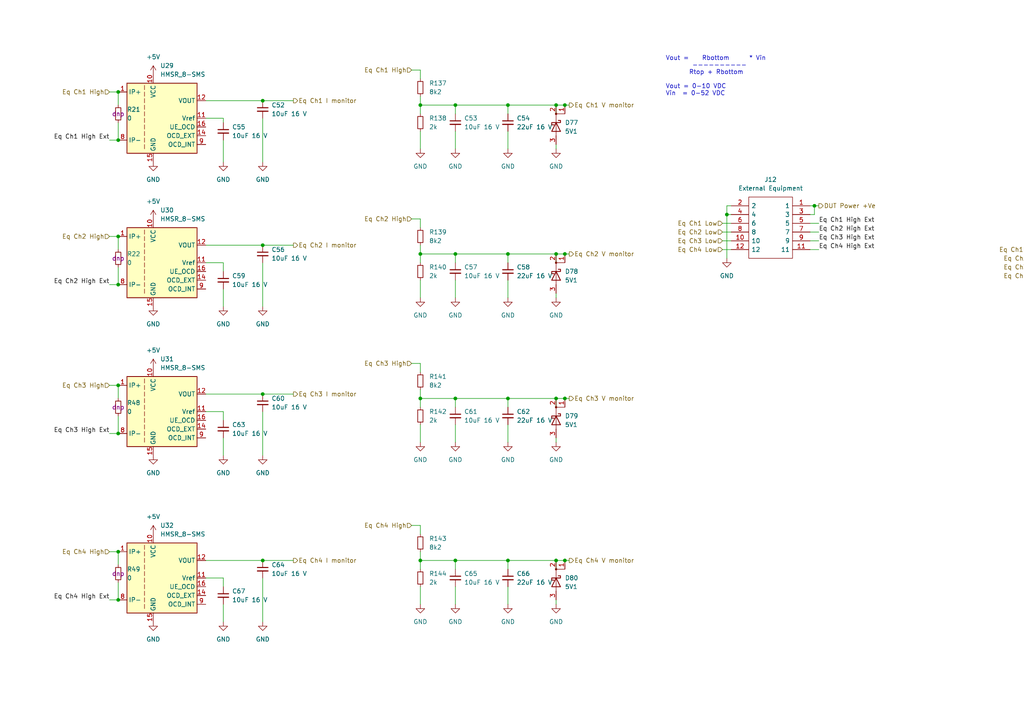
<source format=kicad_sch>
(kicad_sch (version 20211123) (generator eeschema)
  (paper "A4")
  (title_block (title "CIB PCB") (date "2022-05-27") (company "ChargePoint, Inc"))
  (lib_symbols
    (symbol "Component Search Engine:Pluggable Terminal Blocks SDC 2,5{slash}12-PV-5,0 0-ZB" (pin_names (offset 0.762))
      (property "Reference" "J" (at 19.05 7.62 0))
      (property "Value" "Pluggable Terminal Blocks SDC 2,5{slash}12-PV-5,0 0-ZB" (at 19.05 5.08 0))
      (symbol "Pluggable Terminal Blocks SDC 2,5{slash}12-PV-5,0 0-ZB_0_0"
        (pin passive line (at 22.86 0 180) (length 5.08) (name "1") (number "1"))
        (pin passive line (at 0 -10.16 0) (length 5.08) (name "10") (number "10"))
        (pin passive line (at 22.86 -12.7 180) (length 5.08) (name "11") (number "11"))
        (pin passive line (at 0 -12.7 0) (length 5.08) (name "12") (number "12"))
        (pin passive line (at 0 0 0) (length 5.08) (name "2") (number "2"))
        (pin passive line (at 22.86 -2.54 180) (length 5.08) (name "3") (number "3"))
        (pin passive line (at 0 -2.54 0) (length 5.08) (name "4") (number "4"))
        (pin passive line (at 22.86 -5.08 180) (length 5.08) (name "5") (number "5"))
        (pin passive line (at 0 -5.08 0) (length 5.08) (name "6") (number "6"))
        (pin passive line (at 22.86 -7.62 180) (length 5.08) (name "7") (number "7"))
        (pin passive line (at 0 -7.62 0) (length 5.08) (name "8") (number "8"))
        (pin passive line (at 22.86 -10.16 180) (length 5.08) (name "9") (number "9"))
      )
    )
    (symbol "Device:C_Small" (pin_numbers hide) (pin_names (offset 0.254) hide)
      (property "Reference" "C" (at 0.254 1.778 0))
      (property "Value" "C_Small" (at 0.254 -2.032 0))
      (symbol "C_Small_1_1"
        (pin passive line (at 0 2.54 270) (length 2.032) (name "~") (number "1"))
        (pin passive line (at 0 -2.54 90) (length 2.032) (name "~") (number "2"))
      )
    )
    (symbol "Device:D_Schottky_KKA" (pin_names (offset 0) hide)
      (property "Reference" "D" (at 0 2.54 0))
      (property "Value" "D_Schottky_KKA" (at 0 -2.54 0))
      (symbol "D_Schottky_KKA_1_1"
        (pin input line (at -6.35 2.54 0) (length 2.54) (name "K") (number "1"))
        (pin passive line (at -6.35 0 0) (length 2.54) (name "K") (number "2"))
        (pin passive line (at 5.08 0 180) (length 2.54) (name "A") (number "3"))
      )
    )
    (symbol "Device:R_Small" (pin_numbers hide) (pin_names (offset 0.254) hide)
      (property "Reference" "R" (at 0.762 0.508 0))
      (property "Value" "R_Small" (at 0.762 -1.016 0))
      (symbol "R_Small_1_1"
        (pin passive line (at 0 2.54 270) (length 0.762) (name "~") (number "1"))
        (pin passive line (at 0 -2.54 90) (length 0.762) (name "~") (number "2"))
      )
    )
    (symbol "_Custom:HMSR_8-SMS"
      (property "Reference" "U" (at -31.75 -29.21 0))
      (property "Manufacturer" "LEM USA Inc" (at -33.02 -54.61 0))
      (symbol "HMSR_8-SMS_0_0"
        (pin input line (at -44.45 -34.29 0) (length 2.54) (name "IP+") (number "1"))
        (pin power_in line (at -19.05 -41.91 180) (length 2.54) (name "Vref") (number "11"))
        (pin input line (at -19.05 -46.99 180) (length 2.54) (name "OCD_EXT") (number "14"))
        (pin input line (at -19.05 -44.45 180) (length 2.54) (name "UE_OCD") (number "16"))
        (pin input line (at -44.45 -48.26 0) (length 2.54) (name "IP-") (number "8"))
        (pin input line (at -19.05 -49.53 180) (length 2.54) (name "OCD_INT") (number "9"))
      )
      (symbol "HMSR_8-SMS_1_1"
        (pin power_in line (at -34.29 -29.21 270) (length 2.54) (name "VCC") (number "10"))
        (pin output line (at -19.05 -36.83 180) (length 2.54) (name "VOUT") (number "12"))
        (pin power_in line (at -34.29 -54.61 90) (length 2.54) (name "GND") (number "15"))
      )
    )
    (symbol "power:+5V" (power) (pin_names (offset 0))
      (property "Value" "+5V" (at 0 3.556 0))
      (symbol "+5V_1_1"
        (pin power_in line (at 0 0 90) (length 0) hide (name "+5V") (number "1"))
      )
    )
    (symbol "power:GND" (power) (pin_names (offset 0))
      (property "Value" "GND" (at 0 -3.81 0))
      (symbol "GND_1_1"
        (pin power_in line (at 0 0 270) (length 0) hide (name "GND") (number "1"))
      )
    )
  )
  (junction (at 161.29 73.66))
  (junction (at 121.92 30.48))
  (junction (at 163.83 162.56))
  (junction (at 147.32 73.66))
  (junction (at 76.2 71.12))
  (junction (at 34.29 125.73))
  (junction (at 236.22 59.69))
  (junction (at 163.83 30.48))
  (junction (at 34.29 68.58))
  (junction (at 132.08 30.48))
  (junction (at 34.29 82.55))
  (junction (at 163.83 115.57))
  (junction (at 318.77 110.49))
  (junction (at 121.92 162.56))
  (junction (at 161.29 30.48))
  (junction (at 147.32 115.57))
  (junction (at 34.29 40.64))
  (junction (at 327.66 95.25))
  (junction (at 76.2 114.3))
  (junction (at 34.29 160.02))
  (junction (at 121.92 73.66))
  (junction (at 309.88 110.49))
  (junction (at 132.08 162.56))
  (junction (at 161.29 162.56))
  (junction (at 121.92 115.57))
  (junction (at 318.77 90.17))
  (junction (at 163.83 73.66))
  (junction (at 210.82 62.23))
  (junction (at 34.29 26.67))
  (junction (at 34.29 173.99))
  (junction (at 327.66 110.49))
  (junction (at 76.2 162.56))
  (junction (at 132.08 115.57))
  (junction (at 76.2 29.21))
  (junction (at 147.32 30.48))
  (junction (at 161.29 115.57))
  (junction (at 147.32 162.56))
  (junction (at 132.08 73.66))
  (junction (at 34.29 111.76))
  (junction (at 336.55 110.49))
  (junction (at 336.55 100.33))
  (junction (at 309.88 85.09))
  (wire (pts (xy 119.38 20.32) (xy 121.92 20.32)))
  (wire (pts (xy 121.92 73.66) (xy 132.08 73.66)))
  (wire (pts (xy 121.92 162.56) (xy 121.92 165.1)))
  (wire (pts (xy 336.55 100.33) (xy 336.55 110.49)))
  (wire (pts (xy 330.2 109.22) (xy 330.2 110.49)))
  (wire (pts (xy 210.82 62.23) (xy 210.82 74.93)))
  (wire (pts (xy 76.2 76.2) (xy 76.2 88.9)))
  (wire (pts (xy 304.8 92.71) (xy 347.98 92.71)))
  (wire (pts (xy 209.55 64.77) (xy 212.09 64.77)))
  (wire (pts (xy 147.32 170.18) (xy 147.32 175.26)))
  (wire (pts (xy 147.32 115.57) (xy 161.29 115.57)))
  (wire (pts (xy 330.2 104.14) (xy 330.2 77.47)))
  (wire (pts (xy 312.42 72.39) (xy 303.53 72.39)))
  (wire (pts (xy 64.77 40.64) (xy 64.77 46.99)))
  (wire (pts (xy 132.08 76.2) (xy 132.08 73.66)))
  (wire (pts (xy 34.29 111.76) (xy 34.29 115.57)))
  (wire (pts (xy 210.82 62.23) (xy 212.09 62.23)))
  (wire (pts (xy 234.95 72.39) (xy 237.49 72.39)))
  (wire (pts (xy 161.29 30.48) (xy 163.83 30.48)))
  (wire (pts (xy 339.09 80.01) (xy 304.8 80.01)))
  (wire (pts (xy 147.32 73.66) (xy 161.29 73.66)))
  (wire (pts (xy 132.08 118.11) (xy 132.08 115.57)))
  (wire (pts (xy 209.55 72.39) (xy 212.09 72.39)))
  (wire (pts (xy 309.88 85.09) (xy 347.98 85.09)))
  (wire (pts (xy 121.92 38.1) (xy 121.92 43.18)))
  (wire (pts (xy 34.29 77.47) (xy 34.29 82.55)))
  (wire (pts (xy 31.75 26.67) (xy 34.29 26.67)))
  (wire (pts (xy 121.92 71.12) (xy 121.92 73.66)))
  (wire (pts (xy 163.83 30.48) (xy 165.1 30.48)))
  (wire (pts (xy 76.2 71.12) (xy 85.09 71.12)))
  (wire (pts (xy 119.38 105.41) (xy 121.92 105.41)))
  (wire (pts (xy 121.92 162.56) (xy 132.08 162.56)))
  (wire (pts (xy 121.92 105.41) (xy 121.92 107.95)))
  (wire (pts (xy 147.32 81.28) (xy 147.32 86.36)))
  (wire (pts (xy 31.75 125.73) (xy 34.29 125.73)))
  (wire (pts (xy 209.55 69.85) (xy 212.09 69.85)))
  (wire (pts (xy 76.2 167.64) (xy 76.2 180.34)))
  (wire (pts (xy 64.77 35.56) (xy 64.77 34.29)))
  (wire (pts (xy 327.66 116.84) (xy 327.66 118.11)))
  (wire (pts (xy 304.8 97.79) (xy 347.98 97.79)))
  (wire (pts (xy 132.08 38.1) (xy 132.08 43.18)))
  (wire (pts (xy 119.38 152.4) (xy 121.92 152.4)))
  (wire (pts (xy 121.92 152.4) (xy 121.92 154.94)))
  (wire (pts (xy 76.2 114.3) (xy 85.09 114.3)))
  (wire (pts (xy 59.69 71.12) (xy 76.2 71.12)))
  (wire (pts (xy 330.2 77.47) (xy 304.8 77.47)))
  (wire (pts (xy 59.69 162.56) (xy 76.2 162.56)))
  (wire (pts (xy 121.92 81.28) (xy 121.92 86.36)))
  (wire (pts (xy 31.75 111.76) (xy 34.29 111.76)))
  (wire (pts (xy 161.29 41.91) (xy 161.29 43.18)))
  (wire (pts (xy 64.77 119.38) (xy 59.69 119.38)))
  (wire (pts (xy 321.31 74.93) (xy 304.8 74.93)))
  (wire (pts (xy 165.1 162.56) (xy 163.83 162.56)))
  (wire (pts (xy 234.95 64.77) (xy 237.49 64.77)))
  (wire (pts (xy 234.95 67.31) (xy 237.49 67.31)))
  (wire (pts (xy 161.29 85.09) (xy 161.29 86.36)))
  (wire (pts (xy 31.75 40.64) (xy 34.29 40.64)))
  (wire (pts (xy 309.88 110.49) (xy 309.88 111.76)))
  (wire (pts (xy 31.75 68.58) (xy 34.29 68.58)))
  (wire (pts (xy 132.08 73.66) (xy 147.32 73.66)))
  (wire (pts (xy 165.1 115.57) (xy 163.83 115.57)))
  (wire (pts (xy 34.29 160.02) (xy 34.29 163.83)))
  (wire (pts (xy 121.92 27.94) (xy 121.92 30.48)))
  (wire (pts (xy 318.77 90.17) (xy 318.77 110.49)))
  (wire (pts (xy 121.92 160.02) (xy 121.92 162.56)))
  (wire (pts (xy 132.08 115.57) (xy 147.32 115.57)))
  (wire (pts (xy 304.8 82.55) (xy 347.98 82.55)))
  (wire (pts (xy 161.29 127) (xy 161.29 128.27)))
  (wire (pts (xy 121.92 115.57) (xy 132.08 115.57)))
  (wire (pts (xy 336.55 100.33) (xy 347.98 100.33)))
  (wire (pts (xy 161.29 115.57) (xy 161.29 118.11)))
  (wire (pts (xy 212.09 59.69) (xy 210.82 59.69)))
  (wire (pts (xy 312.42 104.14) (xy 312.42 72.39)))
  (wire (pts (xy 64.77 121.92) (xy 64.77 119.38)))
  (wire (pts (xy 147.32 30.48) (xy 161.29 30.48)))
  (wire (pts (xy 76.2 119.38) (xy 76.2 132.08)))
  (wire (pts (xy 234.95 69.85) (xy 237.49 69.85)))
  (wire (pts (xy 321.31 109.22) (xy 321.31 110.49)))
  (wire (pts (xy 64.77 34.29) (xy 59.69 34.29)))
  (wire (pts (xy 147.32 165.1) (xy 147.32 162.56)))
  (wire (pts (xy 132.08 165.1) (xy 132.08 162.56)))
  (wire (pts (xy 147.32 76.2) (xy 147.32 73.66)))
  (wire (pts (xy 132.08 170.18) (xy 132.08 175.26)))
  (wire (pts (xy 336.55 110.49) (xy 339.09 110.49)))
  (wire (pts (xy 147.32 38.1) (xy 147.32 43.18)))
  (wire (pts (xy 312.42 109.22) (xy 312.42 110.49)))
  (wire (pts (xy 132.08 30.48) (xy 147.32 30.48)))
  (wire (pts (xy 147.32 118.11) (xy 147.32 115.57)))
  (wire (pts (xy 121.92 115.57) (xy 121.92 118.11)))
  (wire (pts (xy 318.77 116.84) (xy 318.77 118.11)))
  (wire (pts (xy 132.08 162.56) (xy 147.32 162.56)))
  (wire (pts (xy 64.77 170.18) (xy 64.77 167.64)))
  (wire (pts (xy 161.29 73.66) (xy 161.29 76.2)))
  (wire (pts (xy 64.77 167.64) (xy 59.69 167.64)))
  (wire (pts (xy 34.29 120.65) (xy 34.29 125.73)))
  (wire (pts (xy 318.77 110.49) (xy 318.77 111.76)))
  (wire (pts (xy 327.66 95.25) (xy 327.66 110.49)))
  (wire (pts (xy 31.75 82.55) (xy 34.29 82.55)))
  (wire (pts (xy 31.75 173.99) (xy 34.29 173.99)))
  (wire (pts (xy 34.29 35.56) (xy 34.29 40.64)))
  (wire (pts (xy 161.29 30.48) (xy 161.29 33.02)))
  (wire (pts (xy 309.88 85.09) (xy 309.88 110.49)))
  (wire (pts (xy 121.92 30.48) (xy 121.92 33.02)))
  (wire (pts (xy 59.69 29.21) (xy 76.2 29.21)))
  (wire (pts (xy 309.88 116.84) (xy 309.88 118.11)))
  (wire (pts (xy 165.1 73.66) (xy 163.83 73.66)))
  (wire (pts (xy 318.77 90.17) (xy 347.98 90.17)))
  (wire (pts (xy 147.32 123.19) (xy 147.32 128.27)))
  (wire (pts (xy 59.69 114.3) (xy 76.2 114.3)))
  (wire (pts (xy 34.29 26.67) (xy 34.29 30.48)))
  (wire (pts (xy 132.08 123.19) (xy 132.08 128.27)))
  (wire (pts (xy 304.8 95.25) (xy 327.66 95.25)))
  (wire (pts (xy 236.22 59.69) (xy 237.49 59.69)))
  (wire (pts (xy 336.55 116.84) (xy 336.55 118.11)))
  (wire (pts (xy 336.55 110.49) (xy 336.55 111.76)))
  (wire (pts (xy 121.92 170.18) (xy 121.92 175.26)))
  (wire (pts (xy 161.29 73.66) (xy 163.83 73.66)))
  (wire (pts (xy 132.08 81.28) (xy 132.08 86.36)))
  (wire (pts (xy 76.2 162.56) (xy 85.09 162.56)))
  (wire (pts (xy 64.77 78.74) (xy 64.77 76.2)))
  (wire (pts (xy 304.8 90.17) (xy 318.77 90.17)))
  (wire (pts (xy 76.2 29.21) (xy 85.09 29.21)))
  (wire (pts (xy 121.92 73.66) (xy 121.92 76.2)))
  (wire (pts (xy 210.82 59.69) (xy 210.82 62.23)))
  (wire (pts (xy 236.22 62.23) (xy 236.22 59.69)))
  (wire (pts (xy 321.31 104.14) (xy 321.31 74.93)))
  (wire (pts (xy 161.29 173.99) (xy 161.29 175.26)))
  (wire (pts (xy 132.08 33.02) (xy 132.08 30.48)))
  (wire (pts (xy 121.92 30.48) (xy 132.08 30.48)))
  (wire (pts (xy 64.77 76.2) (xy 59.69 76.2)))
  (wire (pts (xy 76.2 34.29) (xy 76.2 46.99)))
  (wire (pts (xy 304.8 100.33) (xy 336.55 100.33)))
  (wire (pts (xy 312.42 110.49) (xy 309.88 110.49)))
  (wire (pts (xy 330.2 110.49) (xy 327.66 110.49)))
  (wire (pts (xy 121.92 113.03) (xy 121.92 115.57)))
  (wire (pts (xy 304.8 85.09) (xy 309.88 85.09)))
  (wire (pts (xy 339.09 109.22) (xy 339.09 110.49)))
  (wire (pts (xy 121.92 63.5) (xy 121.92 66.04)))
  (wire (pts (xy 161.29 162.56) (xy 161.29 165.1)))
  (wire (pts (xy 34.29 68.58) (xy 34.29 72.39)))
  (wire (pts (xy 64.77 175.26) (xy 64.77 180.34)))
  (wire (pts (xy 121.92 20.32) (xy 121.92 22.86)))
  (wire (pts (xy 34.29 168.91) (xy 34.29 173.99)))
  (wire (pts (xy 339.09 104.14) (xy 339.09 80.01)))
  (wire (pts (xy 31.75 160.02) (xy 34.29 160.02)))
  (wire (pts (xy 121.92 123.19) (xy 121.92 128.27)))
  (wire (pts (xy 161.29 115.57) (xy 163.83 115.57)))
  (wire (pts (xy 234.95 62.23) (xy 236.22 62.23)))
  (wire (pts (xy 119.38 63.5) (xy 121.92 63.5)))
  (wire (pts (xy 147.32 162.56) (xy 161.29 162.56)))
  (wire (pts (xy 147.32 33.02) (xy 147.32 30.48)))
  (wire (pts (xy 327.66 110.49) (xy 327.66 111.76)))
  (wire (pts (xy 304.8 87.63) (xy 347.98 87.63)))
  (wire (pts (xy 234.95 59.69) (xy 236.22 59.69)))
  (wire (pts (xy 161.29 162.56) (xy 163.83 162.56)))
  (wire (pts (xy 318.77 110.49) (xy 321.31 110.49)))
  (wire (pts (xy 64.77 127) (xy 64.77 132.08)))
  (wire (pts (xy 327.66 95.25) (xy 347.98 95.25)))
  (wire (pts (xy 64.77 83.82) (xy 64.77 88.9)))
  (wire (pts (xy 209.55 67.31) (xy 212.09 67.31)))
  (text "Vout =    Rbottom      * Vin\n	   ----------\n       Rtop + Rbottom\n\nVout = 0-10 VDC\nVin  = 0-52 VDC" (at 193.04 27.94 0) (effects (font (size 1.27 1.27)) (justify left bottom)))
  (label "Eq Ch1 High Ext" (at 31.75 40.64 180))
  (label "Eq Ch3 High Ext" (at 237.49 69.85 0))
  (label "Eq Ch2 High Ext" (at 31.75 82.55 180))
  (label "Eq Ch3 High Ext" (at 31.75 125.73 180))
  (label "Eq Ch4 High Ext" (at 31.75 173.99 180))
  (label "Eq Ch1 High Ext" (at 237.49 64.77 0))
  (label "Eq Ch4 High Ext" (at 237.49 72.39 0))
  (label "Eq Ch2 High Ext" (at 237.49 67.31 0))
  (hierarchical_label "Eq Ch4 High" (shape input) (at 304.8 80.01 180))
  (hierarchical_label "Eq Ch4 Low" (shape input) (at 209.55 72.39 180))
  (hierarchical_label "Eq Ch3 High" (shape input) (at 304.8 77.47 180))
  (hierarchical_label "Eq Ch3 V monitor" (shape output) (at 165.1 115.57 0))
  (hierarchical_label "Eq Ch2 High" (shape input) (at 119.38 63.5 180))
  (hierarchical_label "Eq Ch4 High" (shape input) (at 119.38 152.4 180))
  (hierarchical_label "Eq Ch1 High" (shape input) (at 303.53 72.39 180))
  (hierarchical_label "Eq Ch1 High" (shape input) (at 31.75 26.67 180))
  (hierarchical_label "Eq Ch4 High" (shape input) (at 31.75 160.02 180))
  (hierarchical_label "Eq Ch2 Low" (shape input) (at 209.55 67.31 180))
  (hierarchical_label "Eq Ch2 V monitor" (shape output) (at 165.1 73.66 0))
  (hierarchical_label "Eq Ch3 Low" (shape input) (at 209.55 69.85 180))
  (hierarchical_label "Eq Ch1 V monitor" (shape output) (at 165.1 30.48 0))
  (hierarchical_label "Eq Ch3 High" (shape input) (at 119.38 105.41 180))
  (hierarchical_label "Eq Ch1 I monitor" (shape output) (at 85.09 29.21 0))
  (hierarchical_label "Eq Ch4 I monitor" (shape output) (at 85.09 162.56 0))
  (hierarchical_label "Eq Ch4 V monitor" (shape output) (at 165.1 162.56 0))
  (hierarchical_label "Eq Ch2 High" (shape input) (at 31.75 68.58 180))
  (hierarchical_label "Eq Ch1 Low" (shape input) (at 209.55 64.77 180))
  (hierarchical_label "Eq Ch2 High" (shape input) (at 304.8 74.93 180))
  (hierarchical_label "Eq Ch3 I monitor" (shape output) (at 85.09 114.3 0))
  (hierarchical_label "Eq Ch2 I monitor" (shape output) (at 85.09 71.12 0))
  (hierarchical_label "Eq Ch1 High" (shape input) (at 119.38 20.32 180))
  (hierarchical_label "Eq Ch3 High" (shape input) (at 31.75 111.76 180))
  (hierarchical_label "DUT Power +Ve" (shape output) (at 237.49 59.69 0))
  (symbol (lib_id "Device:R_Small") (at 34.29 118.11 180) (unit 1)
    (property "Reference" "R48" (at 36.83 116.8399 0) (effects (justify right)))
    (property "Value" "0" (at 36.83 119.3799 0) (effects (justify right)))
    (property "Footprint" "Resistor_SMD:R_2010_5025Metric_Pad1.40x2.65mm_HandSolder" (effects hide))
    (property "Datasheet" "https://www.yageo.com/upload/media/product/productsearch/datasheet/rchip/PYu-RC_Group_51_RoHS_L_11.pdf" (effects hide))
    (property "Manufacturer" "YAGEO" (effects hide))
    (property "dnp" "dnp" (at 34.29 118.11 0))
    (property "DigiKey #" "YAG3380DKR-ND" (effects hide))
    (property "Farnell #" "9235523" (effects hide))
    (property "Manufacturer #" "RC2010JK-070RL " (effects hide))
  )
  (symbol (lib_id "Device:R_Small") (at 318.77 114.3 180) (unit 1)
    (property "Reference" "R23" (at 321.31 113.0299 0) (effects (justify right)))
    (property "Value" "0" (at 321.31 115.5699 0) (effects (justify right)))
    (property "Footprint" "Resistor_SMD:R_2010_5025Metric_Pad1.40x2.65mm_HandSolder" (effects hide))
    (property "Datasheet" "https://www.yageo.com/upload/media/product/productsearch/datasheet/rchip/PYu-RC_Group_51_RoHS_L_11.pdf" (effects hide))
    (property "Manufacturer" "YAGEO" (effects hide))
    (property "DigiKey #" "YAG3380DKR-ND" (effects hide))
    (property "Farnell #" "9235523" (effects hide))
    (property "Manufacturer #" "RC2010JK-070RL " (effects hide))
  )
  (symbol (lib_id "Device:R_Small") (at 121.92 68.58 0) (unit 1)
    (property "Reference" "R139" (at 124.46 67.3099 0) (effects (justify left)))
    (property "Value" "8k2" (at 124.46 69.8499 0) (effects (justify left)))
    (property "Footprint" "Resistor_SMD:R_1206_3216Metric_Pad1.30x1.75mm_HandSolder" (effects hide))
    (property "Datasheet" "https://industrial.panasonic.com/ww/products/pt/general-purpose-chip-resistors/models/ERJ6GEYJ681V" (effects hide))
    (property "DigiKey #" "P8.2KACT-ND" (effects hide))
    (property "Manufacturer #" "ERJ-6GEYJ822V" (effects hide))
    (property "Manufacturer" "Panasonic Electronics Company" (effects hide))
    (property "Farnell #" "2797374" (effects hide))
  )
  (symbol (lib_id "Device:R_Small") (at 309.88 114.3 180) (unit 1)
    (property "Reference" "R46" (at 312.42 113.0299 0) (effects (justify right)))
    (property "Value" "0" (at 312.42 115.5699 0) (effects (justify right)))
    (property "Footprint" "Resistor_SMD:R_2010_5025Metric_Pad1.40x2.65mm_HandSolder" (effects hide))
    (property "Datasheet" "https://www.yageo.com/upload/media/product/productsearch/datasheet/rchip/PYu-RC_Group_51_RoHS_L_11.pdf" (effects hide))
    (property "Manufacturer" "YAGEO" (effects hide))
    (property "DigiKey #" "YAG3380DKR-ND" (effects hide))
    (property "Farnell #" "9235523" (effects hide))
    (property "Manufacturer #" "RC2010JK-070RL " (effects hide))
  )
  (symbol (lib_id "power:GND") (at 132.08 128.27 0) (unit 1)
    (property "Reference" "#PWR0260" (effects hide))
    (property "Value" "GND" (at 132.08 133.35 0))
  )
  (symbol (lib_id "power:GND") (at 64.77 180.34 0) (unit 1)
    (property "Reference" "#PWR0272" (effects hide))
    (property "Value" "GND" (at 64.77 185.42 0))
  )
  (symbol (lib_id "Device:C_Small") (at 64.77 172.72 0) (unit 1)
    (property "Reference" "C67" (at 67.31 171.4562 0) (effects (justify left)))
    (property "Value" "10uF 16 V" (at 67.31 173.9962 0) (effects (justify left)))
    (property "Footprint" "Capacitor_SMD:C_1206_3216Metric_Pad1.33x1.80mm_HandSolder" (effects hide))
    (property "Datasheet" "https://media.digikey.com/pdf/Data%20Sheets/Samsung%20PDFs/CL31B106KOHNNNE_Spec.pdf" (effects hide))
    (property "Manufacturer #" "CL31A106KOHNNNE" (effects hide))
    (property "DigiKey #" "1276-1137-1-ND" (effects hide))
    (property "Manufacturer" "Samsung Electro-Mechanics" (effects hide))
    (property "Description" "10 µF ±10% 16V Ceramic Capacitor X5R 1206 (3216 Metric)" (effects hide))
    (property "DigiKey Price/Stock" "https://www.digikey.co.uk/en/products/detail/samsung-electro-mechanics/CL31A106KOHNNNE/3886795?s=N4IgTCBcDaIIxgOwDYC0c4GZHtQOQBEQBdAXyA" (effects hide))
  )
  (symbol (lib_id "power:GND") (at 44.45 180.34 0) (unit 1)
    (property "Reference" "#PWR0271" (effects hide))
    (property "Value" "GND" (at 44.45 185.42 0))
  )
  (symbol (lib_id "Device:R_Small") (at 330.2 106.68 180) (unit 1)
    (property "Reference" "R43" (at 332.74 105.4099 0) (effects (justify right)))
    (property "Value" "1M" (at 332.74 107.9499 0) (effects (justify right)))
    (property "Footprint" "Resistor_SMD:R_2010_5025Metric_Pad1.40x2.65mm_HandSolder" (effects hide))
    (property "Datasheet" "https://4donline.ihs.com/images/VipMasterIC/IC/TYEL/TYEL-S-A0005460475/TYEL-S-A0005460475-1.pdf?hkey=52A5661711E402568146F3353EA87419" (effects hide))
    (property "Farnell #" "2861314" (effects hide))
    (property "Manufacturer" "TE Connectivity" (effects hide))
    (property "Manufacturer #" "CRGP2010F1M0" (effects hide))
  )
  (symbol (lib_id "power:+5V") (at 44.45 63.5 0) (unit 1)
    (property "Reference" "#PWR0248" (effects hide))
    (property "Value" "+5V" (at 44.45 58.42 0))
  )
  (symbol (lib_id "power:GND") (at 161.29 86.36 0) (unit 1)
    (property "Reference" "#PWR0252" (effects hide))
    (property "Value" "GND" (at 161.29 91.44 0))
  )
  (symbol (lib_id "Device:C_Small") (at 132.08 167.64 0) (unit 1)
    (property "Reference" "C65" (at 134.62 166.3762 0) (effects (justify left)))
    (property "Value" "10uF 16 V" (at 134.62 168.9162 0) (effects (justify left)))
    (property "Footprint" "Capacitor_SMD:C_1206_3216Metric_Pad1.33x1.80mm_HandSolder" (effects hide))
    (property "Datasheet" "https://media.digikey.com/pdf/Data%20Sheets/Samsung%20PDFs/CL31B106KOHNNNE_Spec.pdf" (effects hide))
    (property "Manufacturer #" "CL31A106KOHNNNE" (effects hide))
    (property "DigiKey #" "1276-1137-1-ND" (effects hide))
    (property "Manufacturer" "Samsung Electro-Mechanics" (effects hide))
    (property "Description" "10 µF ±10% 16V Ceramic Capacitor X5R 1206 (3216 Metric)" (effects hide))
    (property "DigiKey Price/Stock" "https://www.digikey.co.uk/en/products/detail/samsung-electro-mechanics/CL31A106KOHNNNE/3886795?s=N4IgTCBcDaIIxgOwDYC0c4GZHtQOQBEQBdAXyA" (effects hide))
  )
  (symbol (lib_id "power:GND") (at 76.2 180.34 0) (unit 1)
    (property "Reference" "#PWR0273" (effects hide))
    (property "Value" "GND" (at 76.2 185.42 0))
  )
  (symbol (lib_id "Device:R_Small") (at 121.92 35.56 0) (unit 1)
    (property "Reference" "R138" (at 124.46 34.2899 0) (effects (justify left)))
    (property "Value" "2k" (at 124.46 36.8299 0) (effects (justify left)))
    (property "Footprint" "Resistor_SMD:R_1206_3216Metric_Pad1.30x1.75mm_HandSolder" (effects hide))
    (property "Datasheet" "https://industrial.panasonic.com/ww/products/pt/general-purpose-chip-resistors/models/ERJ6GEYJ681V" (effects hide))
    (property "DigiKey #" "P2.0KACT-ND" (effects hide))
    (property "Manufacturer #" "ERJ-6GEYJ202V" (effects hide))
    (property "Manufacturer" "Panasonic Electronics Company" (effects hide))
    (property "Farnell #" "2057707" (effects hide))
  )
  (symbol (lib_id "power:GND") (at 161.29 43.18 0) (unit 1)
    (property "Reference" "#PWR0244" (effects hide))
    (property "Value" "GND" (at 161.29 48.26 0))
  )
  (symbol (lib_id "Device:C_Small") (at 76.2 31.75 0) (unit 1)
    (property "Reference" "C52" (at 78.74 30.4862 0) (effects (justify left)))
    (property "Value" "10uF 16 V" (at 78.74 33.0262 0) (effects (justify left)))
    (property "Footprint" "Capacitor_SMD:C_1206_3216Metric_Pad1.33x1.80mm_HandSolder" (effects hide))
    (property "Datasheet" "https://media.digikey.com/pdf/Data%20Sheets/Samsung%20PDFs/CL31B106KOHNNNE_Spec.pdf" (effects hide))
    (property "Manufacturer #" "CL31A106KOHNNNE" (effects hide))
    (property "DigiKey #" "1276-1137-1-ND" (effects hide))
    (property "Manufacturer" "Samsung Electro-Mechanics" (effects hide))
    (property "Description" "10 µF ±10% 16V Ceramic Capacitor X5R 1206 (3216 Metric)" (effects hide))
    (property "DigiKey Price/Stock" "https://www.digikey.co.uk/en/products/detail/samsung-electro-mechanics/CL31A106KOHNNNE/3886795?s=N4IgTCBcDaIIxgOwDYC0c4GZHtQOQBEQBdAXyA" (effects hide))
  )
  (symbol (lib_id "Device:D_Schottky_KKA") (at 161.29 168.91 270) (unit 1)
    (property "Reference" "D80" (at 163.83 167.6399 90) (effects (justify left)))
    (property "Value" "5V1" (at 163.83 170.1799 90) (effects (justify left)))
    (property "Footprint" "Package_TO_SOT_SMD:SOT-23_Handsoldering" (effects hide))
    (property "DigiKey #" "BZX84C5V1LT3GOSCT-ND" (effects hide))
    (property "Manufacturer" "Onsemi" (effects hide))
    (property "Manufacturer #" "BZX84C5V1LT3G" (effects hide))
    (property "Description" "Zener Diode 5.1 V 225 mW ±6% Surface Mount SOT-23-3 (TO-236)" (effects hide))
    (property "DigiKey Price/Stock" "https://www.digikey.co.uk/en/products/detail/onsemi/BZX84C5V1LT3G/1476354?s=N4IgTCBcDaIEIC0AaAOALAYQKwDUCMAMgCoDMA4gPIDKGRAtAHIAiIAugL5A" (effects hide))
  )
  (symbol (lib_id "Device:C_Small") (at 64.77 38.1 0) (unit 1)
    (property "Reference" "C55" (at 67.31 36.8362 0) (effects (justify left)))
    (property "Value" "10uF 16 V" (at 67.31 39.3762 0) (effects (justify left)))
    (property "Footprint" "Capacitor_SMD:C_1206_3216Metric_Pad1.33x1.80mm_HandSolder" (effects hide))
    (property "Datasheet" "https://media.digikey.com/pdf/Data%20Sheets/Samsung%20PDFs/CL31B106KOHNNNE_Spec.pdf" (effects hide))
    (property "Manufacturer #" "CL31A106KOHNNNE" (effects hide))
    (property "DigiKey #" "1276-1137-1-ND" (effects hide))
    (property "Manufacturer" "Samsung Electro-Mechanics" (effects hide))
    (property "Description" "10 µF ±10% 16V Ceramic Capacitor X5R 1206 (3216 Metric)" (effects hide))
    (property "DigiKey Price/Stock" "https://www.digikey.co.uk/en/products/detail/samsung-electro-mechanics/CL31A106KOHNNNE/3886795?s=N4IgTCBcDaIIxgOwDYC0c4GZHtQOQBEQBdAXyA" (effects hide))
  )
  (symbol (lib_id "power:+5V") (at 44.45 106.68 0) (unit 1)
    (property "Reference" "#PWR0258" (effects hide))
    (property "Value" "+5V" (at 44.45 101.6 0))
  )
  (symbol (lib_id "Device:R_Small") (at 121.92 167.64 0) (unit 1)
    (property "Reference" "R144" (at 124.46 166.3699 0) (effects (justify left)))
    (property "Value" "2k" (at 124.46 168.9099 0) (effects (justify left)))
    (property "Footprint" "Resistor_SMD:R_1206_3216Metric_Pad1.30x1.75mm_HandSolder" (effects hide))
    (property "Datasheet" "https://industrial.panasonic.com/ww/products/pt/general-purpose-chip-resistors/models/ERJ6GEYJ681V" (effects hide))
    (property "DigiKey #" "P2.0KACT-ND" (effects hide))
    (property "Manufacturer #" "ERJ-6GEYJ202V" (effects hide))
    (property "Manufacturer" "Panasonic Electronics Company" (effects hide))
    (property "Farnell #" "2057707" (effects hide))
  )
  (symbol (lib_id "power:GND") (at 147.32 86.36 0) (unit 1)
    (property "Reference" "#PWR0251" (effects hide))
    (property "Value" "GND" (at 147.32 91.44 0))
  )
  (symbol (lib_id "Device:R_Small") (at 121.92 78.74 0) (unit 1)
    (property "Reference" "R140" (at 124.46 77.4699 0) (effects (justify left)))
    (property "Value" "2k" (at 124.46 80.0099 0) (effects (justify left)))
    (property "Footprint" "Resistor_SMD:R_1206_3216Metric_Pad1.30x1.75mm_HandSolder" (effects hide))
    (property "Datasheet" "https://industrial.panasonic.com/ww/products/pt/general-purpose-chip-resistors/models/ERJ6GEYJ681V" (effects hide))
    (property "DigiKey #" "P2.0KACT-ND" (effects hide))
    (property "Manufacturer #" "ERJ-6GEYJ202V" (effects hide))
    (property "Manufacturer" "Panasonic Electronics Company" (effects hide))
    (property "Farnell #" "2057707" (effects hide))
  )
  (symbol (lib_id "Device:C_Small") (at 64.77 81.28 0) (unit 1)
    (property "Reference" "C59" (at 67.31 80.0162 0) (effects (justify left)))
    (property "Value" "10uF 16 V" (at 67.31 82.5562 0) (effects (justify left)))
    (property "Footprint" "Capacitor_SMD:C_1206_3216Metric_Pad1.33x1.80mm_HandSolder" (effects hide))
    (property "Datasheet" "https://media.digikey.com/pdf/Data%20Sheets/Samsung%20PDFs/CL31B106KOHNNNE_Spec.pdf" (effects hide))
    (property "Manufacturer #" "CL31A106KOHNNNE" (effects hide))
    (property "DigiKey #" "1276-1137-1-ND" (effects hide))
    (property "Manufacturer" "Samsung Electro-Mechanics" (effects hide))
    (property "Description" "10 µF ±10% 16V Ceramic Capacitor X5R 1206 (3216 Metric)" (effects hide))
    (property "DigiKey Price/Stock" "https://www.digikey.co.uk/en/products/detail/samsung-electro-mechanics/CL31A106KOHNNNE/3886795?s=N4IgTCBcDaIIxgOwDYC0c4GZHtQOQBEQBdAXyA" (effects hide))
  )
  (symbol (lib_id "Device:R_Small") (at 34.29 33.02 180) (unit 1)
    (property "Reference" "R21" (at 36.83 31.7499 0) (effects (justify right)))
    (property "Value" "0" (at 36.83 34.2899 0) (effects (justify right)))
    (property "Footprint" "Resistor_SMD:R_2010_5025Metric_Pad1.40x2.65mm_HandSolder" (effects hide))
    (property "Datasheet" "https://www.yageo.com/upload/media/product/productsearch/datasheet/rchip/PYu-RC_Group_51_RoHS_L_11.pdf" (effects hide))
    (property "Manufacturer" "YAGEO" (effects hide))
    (property "dnp" "dnp" (at 34.29 33.02 0))
    (property "DigiKey #" "YAG3380DKR-ND" (effects hide))
    (property "Farnell #" "9235523" (effects hide))
    (property "Manufacturer #" "RC2010JK-070RL " (effects hide))
  )
  (symbol (lib_id "Component Search Engine:Pluggable Terminal Blocks SDC 2,5{slash}12-PV-5,0 0-ZB") (at 212.09 59.69 0) (unit 1)
    (property "Reference" "J12" (at 223.52 52.07 0))
    (property "Value" "External Equipment" (at 223.52 54.61 0))
    (property "Footprint" "Component Search Engine:Pluggable Terminal Blocks SDC 2,5 12-PV-5,0 0-ZB" (effects hide))
    (property "Datasheet" "https://www.phoenixcontact.com/online/portal/us/?uri=pxc-oc-itemdetail:pid=1864134&library=usen&pcck=P-11-02-11&tab=1&selectedCategory=ALL" (effects hide))
    (property "Description" "PCB direct plug, nominal cross section: 2.5 mm?, color: green, nominal current: 12 A, rated voltage (III/2): 320 V, contact surface: Tin, Number of potentials: 12, Number of rows: 1, Number of positions per row: 12, number of connections: 12, product range: SDC 2,5/..-PV, pitch: 5 mm, connection method: Push-in spring connection, mounting: SKEDD - Direct plug-in technology, conductor/PCB connection direction: 90 ?, pin layout: Zigzag pinning W, solder pin [P]: 4.7 mm, Stecksystem: SKEDD, Locking: Snap-in lo" (effects hide))
    (property "Height" "16" (effects hide))
    (property "Mouser Part Number" "651-1864134" (effects hide))
    (property "Mouser Price/Stock" "https://www.mouser.co.uk/ProductDetail/Phoenix-Contact/1864134?qs=k%252BwXAfPrzCmVYT8Zg0WKYg%3D%3D" (effects hide))
    (property "Arrow Part Number" "1864134" (effects hide))
    (property "Arrow Price/Stock" "https://www.arrow.com/en/products/1864134/phoenix-contact" (effects hide))
    (property "Manufacturer" "Phoenix Contact" (effects hide))
    (property "Manufacturer #" "1864134" (effects hide))
  )
  (symbol (lib_id "power:GND") (at 121.92 86.36 0) (unit 1)
    (property "Reference" "#PWR0249" (effects hide))
    (property "Value" "GND" (at 121.92 91.44 0))
  )
  (symbol (lib_id "power:GND") (at 44.45 46.99 0) (unit 1)
    (property "Reference" "#PWR0245" (effects hide))
    (property "Value" "GND" (at 44.45 52.07 0))
  )
  (symbol (lib_id "Device:C_Small") (at 132.08 35.56 0) (unit 1)
    (property "Reference" "C53" (at 134.62 34.2962 0) (effects (justify left)))
    (property "Value" "10uF 16 V" (at 134.62 36.8362 0) (effects (justify left)))
    (property "Footprint" "Capacitor_SMD:C_1206_3216Metric_Pad1.33x1.80mm_HandSolder" (effects hide))
    (property "Datasheet" "https://media.digikey.com/pdf/Data%20Sheets/Samsung%20PDFs/CL31B106KOHNNNE_Spec.pdf" (effects hide))
    (property "Manufacturer #" "CL31A106KOHNNNE" (effects hide))
    (property "DigiKey #" "1276-1137-1-ND" (effects hide))
    (property "Manufacturer" "Samsung Electro-Mechanics" (effects hide))
    (property "Description" "10 µF ±10% 16V Ceramic Capacitor X5R 1206 (3216 Metric)" (effects hide))
    (property "DigiKey Price/Stock" "https://www.digikey.co.uk/en/products/detail/samsung-electro-mechanics/CL31A106KOHNNNE/3886795?s=N4IgTCBcDaIIxgOwDYC0c4GZHtQOQBEQBdAXyA" (effects hide))
  )
  (symbol (lib_id "Device:R_Small") (at 121.92 110.49 0) (unit 1)
    (property "Reference" "R141" (at 124.46 109.2199 0) (effects (justify left)))
    (property "Value" "8k2" (at 124.46 111.7599 0) (effects (justify left)))
    (property "Footprint" "Resistor_SMD:R_1206_3216Metric_Pad1.30x1.75mm_HandSolder" (effects hide))
    (property "Datasheet" "https://industrial.panasonic.com/ww/products/pt/general-purpose-chip-resistors/models/ERJ6GEYJ681V" (effects hide))
    (property "DigiKey #" "P8.2KACT-ND" (effects hide))
    (property "Manufacturer #" "ERJ-6GEYJ822V" (effects hide))
    (property "Manufacturer" "Panasonic Electronics Company" (effects hide))
    (property "Farnell #" "2797374" (effects hide))
  )
  (symbol (lib_id "Device:R_Small") (at 121.92 120.65 0) (unit 1)
    (property "Reference" "R142" (at 124.46 119.3799 0) (effects (justify left)))
    (property "Value" "2k" (at 124.46 121.9199 0) (effects (justify left)))
    (property "Footprint" "Resistor_SMD:R_1206_3216Metric_Pad1.30x1.75mm_HandSolder" (effects hide))
    (property "Datasheet" "https://industrial.panasonic.com/ww/products/pt/general-purpose-chip-resistors/models/ERJ6GEYJ681V" (effects hide))
    (property "DigiKey #" "P2.0KACT-ND" (effects hide))
    (property "Manufacturer #" "ERJ-6GEYJ202V" (effects hide))
    (property "Manufacturer" "Panasonic Electronics Company" (effects hide))
    (property "Farnell #" "2057707" (effects hide))
  )
  (symbol (lib_id "Device:C_Small") (at 147.32 35.56 0) (unit 1)
    (property "Reference" "C54" (at 149.86 34.2962 0) (effects (justify left)))
    (property "Value" "22uF 16 V" (at 149.86 36.8362 0) (effects (justify left)))
    (property "Footprint" "Capacitor_SMD:C_1206_3216Metric_Pad1.33x1.80mm_HandSolder" (effects hide))
    (property "Datasheet" "https://www.we-online.com/katalog/datasheet/885012108018.pdf" (effects hide))
    (property "Manufacturer #" "885012108018" (effects hide))
    (property "DigiKey #" "732-7642-1-ND" (effects hide))
    (property "Manufacturer" "Würth Elektronik" (effects hide))
    (property "Description" "22 µF ±20% 16V Ceramic Capacitor X5R 1206 (3216 Metric)" (effects hide))
    (property "DigiKey Price/Stock" "https://www.digikey.co.uk/en/products/detail/w%C3%BCrth-elektronik/885012108018/5453497?s=N4IgTCBcDaIOwGYwFo4DYAsKCMyByAIiALoC%2BQA" (effects hide))
  )
  (symbol (lib_id "Device:D_Schottky_KKA") (at 161.29 80.01 270) (unit 1)
    (property "Reference" "D78" (at 163.83 78.7399 90) (effects (justify left)))
    (property "Value" "5V1" (at 163.83 81.2799 90) (effects (justify left)))
    (property "Footprint" "Package_TO_SOT_SMD:SOT-23_Handsoldering" (effects hide))
    (property "DigiKey #" "BZX84C5V1LT3GOSCT-ND" (effects hide))
    (property "Manufacturer" "Onsemi" (effects hide))
    (property "Manufacturer #" "BZX84C5V1LT3G" (effects hide))
    (property "Description" "Zener Diode 5.1 V 225 mW ±6% Surface Mount SOT-23-3 (TO-236)" (effects hide))
    (property "DigiKey Price/Stock" "https://www.digikey.co.uk/en/products/detail/onsemi/BZX84C5V1LT3G/1476354?s=N4IgTCBcDaIEIC0AaAOALAYQKwDUCMAMgCoDMA4gPIDKGRAtAHIAiIAugL5A" (effects hide))
  )
  (symbol (lib_id "Device:R_Small") (at 339.09 106.68 180) (unit 1)
    (property "Reference" "R44" (at 341.63 105.4099 0) (effects (justify right)))
    (property "Value" "1M" (at 341.63 107.9499 0) (effects (justify right)))
    (property "Footprint" "Resistor_SMD:R_2010_5025Metric_Pad1.40x2.65mm_HandSolder" (effects hide))
    (property "Datasheet" "https://4donline.ihs.com/images/VipMasterIC/IC/TYEL/TYEL-S-A0005460475/TYEL-S-A0005460475-1.pdf?hkey=52A5661711E402568146F3353EA87419" (effects hide))
    (property "Farnell #" "2861314" (effects hide))
    (property "Manufacturer" "TE Connectivity" (effects hide))
    (property "Manufacturer #" "CRGP2010F1M0" (effects hide))
  )
  (symbol (lib_id "_Custom:HMSR_8-SMS") (at 78.74 34.29 0) (unit 1)
    (property "Reference" "U30" (at 46.4694 60.96 0) (effects (justify left)))
    (property "Value" "HMSR_8-SMS" (at 46.4694 63.5 0) (effects (justify left)))
    (property "Footprint" "LEM_Current_Transducer_HMSR-SMS:HMSR-SMS" (effects hide))
    (property "Datasheet" "https://www.lem.com/sites/default/files/products_datasheets/hmsr-series.pdf" (effects hide))
    (property "Manufacturer" "LEM USA Inc" (effects hide))
  )
  (symbol (lib_id "power:GND") (at 64.77 132.08 0) (unit 1)
    (property "Reference" "#PWR0264" (effects hide))
    (property "Value" "GND" (at 64.77 137.16 0))
  )
  (symbol (lib_id "Device:R_Small") (at 34.29 166.37 180) (unit 1)
    (property "Reference" "R49" (at 36.83 165.0999 0) (effects (justify right)))
    (property "Value" "0" (at 36.83 167.6399 0) (effects (justify right)))
    (property "Footprint" "Resistor_SMD:R_2010_5025Metric_Pad1.40x2.65mm_HandSolder" (effects hide))
    (property "Datasheet" "https://www.yageo.com/upload/media/product/productsearch/datasheet/rchip/PYu-RC_Group_51_RoHS_L_11.pdf" (effects hide))
    (property "Manufacturer" "YAGEO" (effects hide))
    (property "dnp" "dnp" (at 34.29 166.37 0))
    (property "DigiKey #" "YAG3380DKR-ND" (effects hide))
    (property "Farnell #" "9235523" (effects hide))
    (property "Manufacturer #" "RC2010JK-070RL " (effects hide))
  )
  (symbol (lib_id "Device:C_Small") (at 76.2 73.66 0) (unit 1)
    (property "Reference" "C56" (at 78.74 72.3962 0) (effects (justify left)))
    (property "Value" "10uF 16 V" (at 78.74 74.9362 0) (effects (justify left)))
    (property "Footprint" "Capacitor_SMD:C_1206_3216Metric_Pad1.33x1.80mm_HandSolder" (effects hide))
    (property "Datasheet" "https://media.digikey.com/pdf/Data%20Sheets/Samsung%20PDFs/CL31B106KOHNNNE_Spec.pdf" (effects hide))
    (property "Manufacturer #" "CL31A106KOHNNNE" (effects hide))
    (property "DigiKey #" "1276-1137-1-ND" (effects hide))
    (property "Manufacturer" "Samsung Electro-Mechanics" (effects hide))
    (property "Description" "10 µF ±10% 16V Ceramic Capacitor X5R 1206 (3216 Metric)" (effects hide))
    (property "DigiKey Price/Stock" "https://www.digikey.co.uk/en/products/detail/samsung-electro-mechanics/CL31A106KOHNNNE/3886795?s=N4IgTCBcDaIIxgOwDYC0c4GZHtQOQBEQBdAXyA" (effects hide))
  )
  (symbol (lib_id "Device:C_Small") (at 132.08 78.74 0) (unit 1)
    (property "Reference" "C57" (at 134.62 77.4762 0) (effects (justify left)))
    (property "Value" "10uF 16 V" (at 134.62 80.0162 0) (effects (justify left)))
    (property "Footprint" "Capacitor_SMD:C_1206_3216Metric_Pad1.33x1.80mm_HandSolder" (effects hide))
    (property "Datasheet" "https://media.digikey.com/pdf/Data%20Sheets/Samsung%20PDFs/CL31B106KOHNNNE_Spec.pdf" (effects hide))
    (property "Manufacturer #" "CL31A106KOHNNNE" (effects hide))
    (property "DigiKey #" "1276-1137-1-ND" (effects hide))
    (property "Manufacturer" "Samsung Electro-Mechanics" (effects hide))
    (property "Description" "10 µF ±10% 16V Ceramic Capacitor X5R 1206 (3216 Metric)" (effects hide))
    (property "DigiKey Price/Stock" "https://www.digikey.co.uk/en/products/detail/samsung-electro-mechanics/CL31A106KOHNNNE/3886795?s=N4IgTCBcDaIIxgOwDYC0c4GZHtQOQBEQBdAXyA" (effects hide))
  )
  (symbol (lib_id "power:GND") (at 318.77 118.11 0) (unit 1)
    (property "Reference" "#PWR0385" (effects hide))
    (property "Value" "GND" (at 318.77 123.19 0))
  )
  (symbol (lib_id "power:GND") (at 76.2 132.08 0) (unit 1)
    (property "Reference" "#PWR0265" (effects hide))
    (property "Value" "GND" (at 76.2 137.16 0))
  )
  (symbol (lib_id "power:GND") (at 161.29 128.27 0) (unit 1)
    (property "Reference" "#PWR0262" (effects hide))
    (property "Value" "GND" (at 161.29 133.35 0))
  )
  (symbol (lib_id "power:GND") (at 44.45 88.9 0) (unit 1)
    (property "Reference" "#PWR0253" (effects hide))
    (property "Value" "GND" (at 44.45 93.98 0))
  )
  (symbol (lib_id "Device:R_Small") (at 327.66 114.3 180) (unit 1)
    (property "Reference" "R24" (at 330.2 113.0299 0) (effects (justify right)))
    (property "Value" "0" (at 330.2 115.5699 0) (effects (justify right)))
    (property "Footprint" "Resistor_SMD:R_2010_5025Metric_Pad1.40x2.65mm_HandSolder" (effects hide))
    (property "Datasheet" "https://www.yageo.com/upload/media/product/productsearch/datasheet/rchip/PYu-RC_Group_51_RoHS_L_11.pdf" (effects hide))
    (property "Manufacturer" "YAGEO" (effects hide))
    (property "DigiKey #" "YAG3380DKR-ND" (effects hide))
    (property "Farnell #" "9235523" (effects hide))
    (property "Manufacturer #" "RC2010JK-070RL " (effects hide))
  )
  (symbol (lib_id "power:GND") (at 44.45 132.08 0) (unit 1)
    (property "Reference" "#PWR0263" (effects hide))
    (property "Value" "GND" (at 44.45 137.16 0))
  )
  (symbol (lib_id "power:GND") (at 132.08 43.18 0) (unit 1)
    (property "Reference" "#PWR0242" (effects hide))
    (property "Value" "GND" (at 132.08 48.26 0))
  )
  (symbol (lib_id "power:+5V") (at 44.45 154.94 0) (unit 1)
    (property "Reference" "#PWR0266" (effects hide))
    (property "Value" "+5V" (at 44.45 149.86 0))
  )
  (symbol (lib_id "power:GND") (at 76.2 88.9 0) (unit 1)
    (property "Reference" "#PWR0255" (effects hide))
    (property "Value" "GND" (at 76.2 93.98 0))
  )
  (symbol (lib_id "power:GND") (at 64.77 46.99 0) (unit 1)
    (property "Reference" "#PWR0246" (effects hide))
    (property "Value" "GND" (at 64.77 52.07 0))
  )
  (symbol (lib_id "power:GND") (at 147.32 43.18 0) (unit 1)
    (property "Reference" "#PWR0243" (effects hide))
    (property "Value" "GND" (at 147.32 48.26 0))
  )
  (symbol (lib_id "power:GND") (at 309.88 118.11 0) (unit 1)
    (property "Reference" "#PWR0256" (effects hide))
    (property "Value" "GND" (at 309.88 123.19 0))
  )
  (symbol (lib_id "power:GND") (at 327.66 118.11 0) (unit 1)
    (property "Reference" "#PWR0382" (effects hide))
    (property "Value" "GND" (at 327.66 123.19 0))
  )
  (symbol (lib_id "power:+5V") (at 44.45 21.59 0) (unit 1)
    (property "Reference" "#PWR0240" (effects hide))
    (property "Value" "+5V" (at 44.45 16.51 0))
  )
  (symbol (lib_id "Device:R_Small") (at 121.92 157.48 0) (unit 1)
    (property "Reference" "R143" (at 124.46 156.2099 0) (effects (justify left)))
    (property "Value" "8k2" (at 124.46 158.7499 0) (effects (justify left)))
    (property "Footprint" "Resistor_SMD:R_1206_3216Metric_Pad1.30x1.75mm_HandSolder" (effects hide))
    (property "Datasheet" "https://industrial.panasonic.com/ww/products/pt/general-purpose-chip-resistors/models/ERJ6GEYJ681V" (effects hide))
    (property "DigiKey #" "P8.2KACT-ND" (effects hide))
    (property "Manufacturer #" "ERJ-6GEYJ822V" (effects hide))
    (property "Manufacturer" "Panasonic Electronics Company" (effects hide))
    (property "Farnell #" "2797374" (effects hide))
  )
  (symbol (lib_id "power:GND") (at 132.08 86.36 0) (unit 1)
    (property "Reference" "#PWR0250" (effects hide))
    (property "Value" "GND" (at 132.08 91.44 0))
  )
  (symbol (lib_id "power:GND") (at 147.32 128.27 0) (unit 1)
    (property "Reference" "#PWR0261" (effects hide))
    (property "Value" "GND" (at 147.32 133.35 0))
  )
  (symbol (lib_id "Device:C_Small") (at 147.32 120.65 0) (unit 1)
    (property "Reference" "C62" (at 149.86 119.3862 0) (effects (justify left)))
    (property "Value" "22uF 16 V" (at 149.86 121.9262 0) (effects (justify left)))
    (property "Footprint" "Capacitor_SMD:C_1206_3216Metric_Pad1.33x1.80mm_HandSolder" (effects hide))
    (property "Datasheet" "https://www.we-online.com/katalog/datasheet/885012108018.pdf" (effects hide))
    (property "Manufacturer #" "885012108018" (effects hide))
    (property "DigiKey #" "732-7642-1-ND" (effects hide))
    (property "Manufacturer" "Würth Elektronik" (effects hide))
    (property "Description" "22 µF ±20% 16V Ceramic Capacitor X5R 1206 (3216 Metric)" (effects hide))
    (property "DigiKey Price/Stock" "https://www.digikey.co.uk/en/products/detail/w%C3%BCrth-elektronik/885012108018/5453497?s=N4IgTCBcDaIOwGYwFo4DYAsKCMyByAIiALoC%2BQA" (effects hide))
  )
  (symbol (lib_id "Device:C_Small") (at 147.32 167.64 0) (unit 1)
    (property "Reference" "C66" (at 149.86 166.3762 0) (effects (justify left)))
    (property "Value" "22uF 16 V" (at 149.86 168.9162 0) (effects (justify left)))
    (property "Footprint" "Capacitor_SMD:C_1206_3216Metric_Pad1.33x1.80mm_HandSolder" (effects hide))
    (property "Datasheet" "https://www.we-online.com/katalog/datasheet/885012108018.pdf" (effects hide))
    (property "Manufacturer #" "885012108018" (effects hide))
    (property "DigiKey #" "732-7642-1-ND" (effects hide))
    (property "Manufacturer" "Würth Elektronik" (effects hide))
    (property "Description" "22 µF ±20% 16V Ceramic Capacitor X5R 1206 (3216 Metric)" (effects hide))
    (property "DigiKey Price/Stock" "https://www.digikey.co.uk/en/products/detail/w%C3%BCrth-elektronik/885012108018/5453497?s=N4IgTCBcDaIOwGYwFo4DYAsKCMyByAIiALoC%2BQA" (effects hide))
  )
  (symbol (lib_id "Device:C_Small") (at 64.77 124.46 0) (unit 1)
    (property "Reference" "C63" (at 67.31 123.1962 0) (effects (justify left)))
    (property "Value" "10uF 16 V" (at 67.31 125.7362 0) (effects (justify left)))
    (property "Footprint" "Capacitor_SMD:C_1206_3216Metric_Pad1.33x1.80mm_HandSolder" (effects hide))
    (property "Datasheet" "https://media.digikey.com/pdf/Data%20Sheets/Samsung%20PDFs/CL31B106KOHNNNE_Spec.pdf" (effects hide))
    (property "Manufacturer #" "CL31A106KOHNNNE" (effects hide))
    (property "DigiKey #" "1276-1137-1-ND" (effects hide))
    (property "Manufacturer" "Samsung Electro-Mechanics" (effects hide))
    (property "Description" "10 µF ±10% 16V Ceramic Capacitor X5R 1206 (3216 Metric)" (effects hide))
    (property "DigiKey Price/Stock" "https://www.digikey.co.uk/en/products/detail/samsung-electro-mechanics/CL31A106KOHNNNE/3886795?s=N4IgTCBcDaIIxgOwDYC0c4GZHtQOQBEQBdAXyA" (effects hide))
  )
  (symbol (lib_id "power:GND") (at 64.77 88.9 0) (unit 1)
    (property "Reference" "#PWR0254" (effects hide))
    (property "Value" "GND" (at 64.77 93.98 0))
  )
  (symbol (lib_id "Device:R_Small") (at 34.29 74.93 180) (unit 1)
    (property "Reference" "R22" (at 36.83 73.6599 0) (effects (justify right)))
    (property "Value" "0" (at 36.83 76.1999 0) (effects (justify right)))
    (property "Footprint" "Resistor_SMD:R_2010_5025Metric_Pad1.40x2.65mm_HandSolder" (effects hide))
    (property "Datasheet" "https://www.yageo.com/upload/media/product/productsearch/datasheet/rchip/PYu-RC_Group_51_RoHS_L_11.pdf" (effects hide))
    (property "Manufacturer" "YAGEO" (effects hide))
    (property "dnp" "dnp" (at 34.29 74.93 0))
    (property "DigiKey #" "YAG3380DKR-ND" (effects hide))
    (property "Farnell #" "9235523" (effects hide))
    (property "Manufacturer #" "RC2010JK-070RL " (effects hide))
  )
  (symbol (lib_id "_Custom:HMSR_8-SMS") (at 78.74 -7.62 0) (unit 1)
    (property "Reference" "U29" (at 46.4694 19.05 0) (effects (justify left)))
    (property "Value" "HMSR_8-SMS" (at 46.4694 21.59 0) (effects (justify left)))
    (property "Footprint" "LEM_Current_Transducer_HMSR-SMS:HMSR-SMS" (effects hide))
    (property "Datasheet" "https://www.lem.com/sites/default/files/products_datasheets/hmsr-series.pdf" (effects hide))
    (property "Manufacturer" "LEM USA Inc" (effects hide))
  )
  (symbol (lib_id "Device:R_Small") (at 121.92 25.4 0) (unit 1)
    (property "Reference" "R137" (at 124.46 24.1299 0) (effects (justify left)))
    (property "Value" "8k2" (at 124.46 26.6699 0) (effects (justify left)))
    (property "Footprint" "Resistor_SMD:R_1206_3216Metric_Pad1.30x1.75mm_HandSolder" (effects hide))
    (property "Datasheet" "https://industrial.panasonic.com/ww/products/pt/general-purpose-chip-resistors/models/ERJ6GEYJ681V" (effects hide))
    (property "DigiKey #" "P8.2KACT-ND" (effects hide))
    (property "Manufacturer #" "ERJ-6GEYJ822V" (effects hide))
    (property "Manufacturer" "Panasonic Electronics Company" (effects hide))
    (property "Farnell #" "2797374" (effects hide))
  )
  (symbol (lib_id "power:GND") (at 336.55 118.11 0) (unit 1)
    (property "Reference" "#PWR0383" (effects hide))
    (property "Value" "GND" (at 336.55 123.19 0))
  )
  (symbol (lib_id "Device:R_Small") (at 336.55 114.3 180) (unit 1)
    (property "Reference" "R47" (at 339.09 113.0299 0) (effects (justify right)))
    (property "Value" "0" (at 339.09 115.5699 0) (effects (justify right)))
    (property "Footprint" "Resistor_SMD:R_2010_5025Metric_Pad1.40x2.65mm_HandSolder" (effects hide))
    (property "Datasheet" "https://www.yageo.com/upload/media/product/productsearch/datasheet/rchip/PYu-RC_Group_51_RoHS_L_11.pdf" (effects hide))
    (property "Manufacturer" "YAGEO" (effects hide))
    (property "DigiKey #" "YAG3380DKR-ND" (effects hide))
    (property "Farnell #" "9235523" (effects hide))
    (property "Manufacturer #" "RC2010JK-070RL " (effects hide))
  )
  (symbol (lib_id "power:GND") (at 210.82 74.93 0) (unit 1)
    (property "Reference" "#PWR0257" (effects hide))
    (property "Value" "GND" (at 210.82 80.01 0))
  )
  (symbol (lib_id "power:GND") (at 121.92 43.18 0) (unit 1)
    (property "Reference" "#PWR0241" (effects hide))
    (property "Value" "GND" (at 121.92 48.26 0))
  )
  (symbol (lib_id "Device:C_Small") (at 76.2 165.1 0) (unit 1)
    (property "Reference" "C64" (at 78.74 163.8362 0) (effects (justify left)))
    (property "Value" "10uF 16 V" (at 78.74 166.3762 0) (effects (justify left)))
    (property "Footprint" "Capacitor_SMD:C_1206_3216Metric_Pad1.33x1.80mm_HandSolder" (effects hide))
    (property "Datasheet" "https://media.digikey.com/pdf/Data%20Sheets/Samsung%20PDFs/CL31B106KOHNNNE_Spec.pdf" (effects hide))
    (property "Manufacturer #" "CL31A106KOHNNNE" (effects hide))
    (property "DigiKey #" "1276-1137-1-ND" (effects hide))
    (property "Manufacturer" "Samsung Electro-Mechanics" (effects hide))
    (property "Description" "10 µF ±10% 16V Ceramic Capacitor X5R 1206 (3216 Metric)" (effects hide))
    (property "DigiKey Price/Stock" "https://www.digikey.co.uk/en/products/detail/samsung-electro-mechanics/CL31A106KOHNNNE/3886795?s=N4IgTCBcDaIIxgOwDYC0c4GZHtQOQBEQBdAXyA" (effects hide))
  )
  (symbol (lib_id "power:GND") (at 132.08 175.26 0) (unit 1)
    (property "Reference" "#PWR0268" (effects hide))
    (property "Value" "GND" (at 132.08 180.34 0))
  )
  (symbol (lib_id "power:GND") (at 121.92 175.26 0) (unit 1)
    (property "Reference" "#PWR0267" (effects hide))
    (property "Value" "GND" (at 121.92 180.34 0))
  )
  (symbol (lib_id "Device:C_Small") (at 147.32 78.74 0) (unit 1)
    (property "Reference" "C58" (at 149.86 77.4762 0) (effects (justify left)))
    (property "Value" "22uF 16 V" (at 149.86 80.0162 0) (effects (justify left)))
    (property "Footprint" "Capacitor_SMD:C_1206_3216Metric_Pad1.33x1.80mm_HandSolder" (effects hide))
    (property "Datasheet" "https://www.we-online.com/katalog/datasheet/885012108018.pdf" (effects hide))
    (property "Manufacturer #" "885012108018" (effects hide))
    (property "DigiKey #" "732-7642-1-ND" (effects hide))
    (property "Manufacturer" "Würth Elektronik" (effects hide))
    (property "Description" "22 µF ±20% 16V Ceramic Capacitor X5R 1206 (3216 Metric)" (effects hide))
    (property "DigiKey Price/Stock" "https://www.digikey.co.uk/en/products/detail/w%C3%BCrth-elektronik/885012108018/5453497?s=N4IgTCBcDaIOwGYwFo4DYAsKCMyByAIiALoC%2BQA" (effects hide))
  )
  (symbol (lib_id "Device:C_Small") (at 132.08 120.65 0) (unit 1)
    (property "Reference" "C61" (at 134.62 119.3862 0) (effects (justify left)))
    (property "Value" "10uF 16 V" (at 134.62 121.9262 0) (effects (justify left)))
    (property "Footprint" "Capacitor_SMD:C_1206_3216Metric_Pad1.33x1.80mm_HandSolder" (effects hide))
    (property "Datasheet" "https://media.digikey.com/pdf/Data%20Sheets/Samsung%20PDFs/CL31B106KOHNNNE_Spec.pdf" (effects hide))
    (property "Manufacturer #" "CL31A106KOHNNNE" (effects hide))
    (property "DigiKey #" "1276-1137-1-ND" (effects hide))
    (property "Manufacturer" "Samsung Electro-Mechanics" (effects hide))
    (property "Description" "10 µF ±10% 16V Ceramic Capacitor X5R 1206 (3216 Metric)" (effects hide))
    (property "DigiKey Price/Stock" "https://www.digikey.co.uk/en/products/detail/samsung-electro-mechanics/CL31A106KOHNNNE/3886795?s=N4IgTCBcDaIIxgOwDYC0c4GZHtQOQBEQBdAXyA" (effects hide))
  )
  (symbol (lib_id "_Custom:HMSR_8-SMS") (at 78.74 77.47 0) (unit 1)
    (property "Reference" "U31" (at 46.4694 104.14 0) (effects (justify left)))
    (property "Value" "HMSR_8-SMS" (at 46.4694 106.68 0) (effects (justify left)))
    (property "Footprint" "LEM_Current_Transducer_HMSR-SMS:HMSR-SMS" (effects hide))
    (property "Datasheet" "https://www.lem.com/sites/default/files/products_datasheets/hmsr-series.pdf" (effects hide))
    (property "Manufacturer" "LEM USA Inc" (effects hide))
  )
  (symbol (lib_id "Device:C_Small") (at 76.2 116.84 0) (unit 1)
    (property "Reference" "C60" (at 78.74 115.5762 0) (effects (justify left)))
    (property "Value" "10uF 16 V" (at 78.74 118.1162 0) (effects (justify left)))
    (property "Footprint" "Capacitor_SMD:C_1206_3216Metric_Pad1.33x1.80mm_HandSolder" (effects hide))
    (property "Datasheet" "https://media.digikey.com/pdf/Data%20Sheets/Samsung%20PDFs/CL31B106KOHNNNE_Spec.pdf" (effects hide))
    (property "Manufacturer #" "CL31A106KOHNNNE" (effects hide))
    (property "DigiKey #" "1276-1137-1-ND" (effects hide))
    (property "Manufacturer" "Samsung Electro-Mechanics" (effects hide))
    (property "Description" "10 µF ±10% 16V Ceramic Capacitor X5R 1206 (3216 Metric)" (effects hide))
    (property "DigiKey Price/Stock" "https://www.digikey.co.uk/en/products/detail/samsung-electro-mechanics/CL31A106KOHNNNE/3886795?s=N4IgTCBcDaIIxgOwDYC0c4GZHtQOQBEQBdAXyA" (effects hide))
  )
  (symbol (lib_id "power:GND") (at 76.2 46.99 0) (unit 1)
    (property "Reference" "#PWR0247" (effects hide))
    (property "Value" "GND" (at 76.2 52.07 0))
  )
  (symbol (lib_id "Device:R_Small") (at 312.42 106.68 180) (unit 1)
    (property "Reference" "R41" (at 314.96 105.4099 0) (effects (justify right)))
    (property "Value" "1M" (at 314.96 107.9499 0) (effects (justify right)))
    (property "Footprint" "Resistor_SMD:R_2010_5025Metric_Pad1.40x2.65mm_HandSolder" (effects hide))
    (property "Datasheet" "https://4donline.ihs.com/images/VipMasterIC/IC/TYEL/TYEL-S-A0005460475/TYEL-S-A0005460475-1.pdf?hkey=52A5661711E402568146F3353EA87419" (effects hide))
    (property "Farnell #" "2861314" (effects hide))
    (property "Manufacturer" "TE Connectivity" (effects hide))
    (property "Manufacturer #" "CRGP2010F1M0" (effects hide))
  )
  (symbol (lib_id "power:GND") (at 121.92 128.27 0) (unit 1)
    (property "Reference" "#PWR0259" (effects hide))
    (property "Value" "GND" (at 121.92 133.35 0))
  )
  (symbol (lib_id "Device:R_Small") (at 321.31 106.68 180) (unit 1)
    (property "Reference" "R42" (at 323.85 105.4099 0) (effects (justify right)))
    (property "Value" "1M" (at 323.85 107.9499 0) (effects (justify right)))
    (property "Footprint" "Resistor_SMD:R_2010_5025Metric_Pad1.40x2.65mm_HandSolder" (effects hide))
    (property "Datasheet" "https://4donline.ihs.com/images/VipMasterIC/IC/TYEL/TYEL-S-A0005460475/TYEL-S-A0005460475-1.pdf?hkey=52A5661711E402568146F3353EA87419" (effects hide))
    (property "Farnell #" "2861314" (effects hide))
    (property "Manufacturer" "TE Connectivity" (effects hide))
    (property "Manufacturer #" "CRGP2010F1M0" (effects hide))
  )
  (symbol (lib_id "power:GND") (at 161.29 175.26 0) (unit 1)
    (property "Reference" "#PWR0270" (effects hide))
    (property "Value" "GND" (at 161.29 180.34 0))
  )
  (symbol (lib_id "Device:D_Schottky_KKA") (at 161.29 36.83 270) (unit 1)
    (property "Reference" "D77" (at 163.83 35.5599 90) (effects (justify left)))
    (property "Value" "5V1" (at 163.83 38.0999 90) (effects (justify left)))
    (property "Footprint" "Package_TO_SOT_SMD:SOT-23_Handsoldering" (effects hide))
    (property "DigiKey #" "BZX84C5V1LT3GOSCT-ND" (effects hide))
    (property "Manufacturer" "Onsemi" (effects hide))
    (property "Manufacturer #" "BZX84C5V1LT3G" (effects hide))
    (property "Description" "Zener Diode 5.1 V 225 mW ±6% Surface Mount SOT-23-3 (TO-236)" (effects hide))
    (property "DigiKey Price/Stock" "https://www.digikey.co.uk/en/products/detail/onsemi/BZX84C5V1LT3G/1476354?s=N4IgTCBcDaIEIC0AaAOALAYQKwDUCMAMgCoDMA4gPIDKGRAtAHIAiIAugL5A" (effects hide))
  )
  (symbol (lib_id "_Custom:HMSR_8-SMS") (at 78.74 125.73 0) (unit 1)
    (property "Reference" "U32" (at 46.4694 152.4 0) (effects (justify left)))
    (property "Value" "HMSR_8-SMS" (at 46.4694 154.94 0) (effects (justify left)))
    (property "Footprint" "LEM_Current_Transducer_HMSR-SMS:HMSR-SMS" (effects hide))
    (property "Datasheet" "https://www.lem.com/sites/default/files/products_datasheets/hmsr-series.pdf" (effects hide))
    (property "Manufacturer" "LEM USA Inc" (effects hide))
  )
  (symbol (lib_id "power:GND") (at 147.32 175.26 0) (unit 1)
    (property "Reference" "#PWR0269" (effects hide))
    (property "Value" "GND" (at 147.32 180.34 0))
  )
  (symbol (lib_id "Device:D_Schottky_KKA") (at 161.29 121.92 270) (unit 1)
    (property "Reference" "D79" (at 163.83 120.6499 90) (effects (justify left)))
    (property "Value" "5V1" (at 163.83 123.1899 90) (effects (justify left)))
    (property "Footprint" "Package_TO_SOT_SMD:SOT-23_Handsoldering" (effects hide))
    (property "DigiKey #" "BZX84C5V1LT3GOSCT-ND" (effects hide))
    (property "Manufacturer" "Onsemi" (effects hide))
    (property "Manufacturer #" "BZX84C5V1LT3G" (effects hide))
    (property "Description" "Zener Diode 5.1 V 225 mW ±6% Surface Mount SOT-23-3 (TO-236)" (effects hide))
    (property "DigiKey Price/Stock" "https://www.digikey.co.uk/en/products/detail/onsemi/BZX84C5V1LT3G/1476354?s=N4IgTCBcDaIEIC0AaAOALAYQKwDUCMAMgCoDMA4gPIDKGRAtAHIAiIAugL5A" (effects hide))
  )
)
</source>
